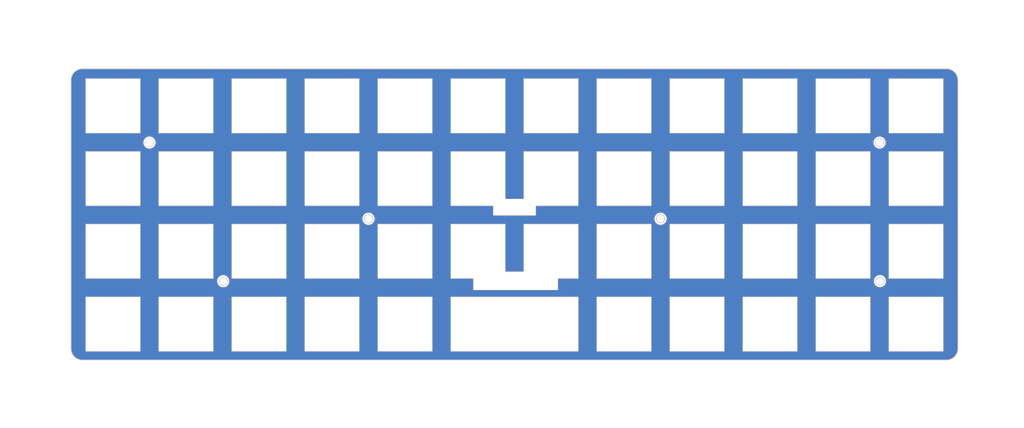
<source format=kicad_pcb>
(kicad_pcb (version 20221018) (generator pcbnew)
  (layers (0 "F.Cu" signal) (31 "B.Cu" signal) (34 "B.Paste" user) (35 "F.Paste" user) (36 "B.SilkS" user "B.Silkscreen") (37 "F.SilkS" user "F.Silkscreen") (38 "B.Mask" user) (39 "F.Mask" user) (44 "Edge.Cuts" user))
  (net 0 "")
  (footprint "MountingHole:MountingHole_2.1mm" (layer "F.Cu") (at 52.76238 68.5351)
    (fp_text reference "REF**")
    (fp_text value "MountingHole_2.1mm")
    (pad "" thru_hole circle (at 0 0) (size 2.2 2.2) (drill 2.1) (layers "*.Cu" "*.Mask"))
  )
  (footprint "MountingHole:MountingHole_2.1mm" (layer "F.Cu") (at 224.02078 32.3083)
    (fp_text reference "REF**")
    (fp_text value "MountingHole_2.1mm")
    (pad "" thru_hole circle (at 0 0) (size 2.2 2.2) (drill 2.1) (layers "*.Cu" "*.Mask"))
  )
  (footprint "MountingHole:MountingHole_2.1mm" (layer "F.Cu") (at 33.52078 32.3083)
    (fp_text reference "REF**")
    (fp_text value "MountingHole_2.1mm")
    (pad "" thru_hole circle (at 0 0) (size 2.2 2.2) (drill 2.1) (layers "*.Cu" "*.Mask"))
  )
  (footprint "MountingHole:MountingHole_2.1mm" (layer "F.Cu") (at 90.67078 52.2219)
    (fp_text reference "REF**")
    (fp_text value "MountingHole_2.1mm")
    (pad "" thru_hole circle (at 0 0) (size 2.2 2.2) (drill 2.1) (layers "*.Cu" "*.Mask"))
  )
  (footprint "MountingHole:MountingHole_2.1mm" (layer "F.Cu") (at 166.87078 52.2219)
    (fp_text reference "REF**")
    (fp_text value "MountingHole_2.1mm")
    (pad "" thru_hole circle (at 0 0) (size 2.2 2.2) (drill 2.1) (layers "*.Cu" "*.Mask"))
  )
  (footprint "MountingHole:MountingHole_2.1mm" (layer "F.Cu") (at 224.12238 68.5033)
    (fp_text reference "REF**")
    (fp_text value "MountingHole_2.1mm")
    (pad "" thru_hole circle (at 0 0) (size 2.2 2.2) (drill 2.1) (layers "*.Cu" "*.Mask"))
  )
  (gr_line (start 188.37438 15.6437) (end 202.52438 15.6437) (stroke (width 0.1)) (layer "Edge.Cuts"))
  (gr_line (start 107.27438 72.6437) (end 107.27438 86.7937) (stroke (width 0.1)) (layer "Edge.Cuts"))
  (gr_line (start 164.42438 48.7937) (end 150.27438 48.7937) (stroke (width 0.1)) (layer "Edge.Cuts"))
  (gr_line (start 221.57438 86.7937) (end 207.42438 86.7937) (stroke (width 0.1)) (layer "Edge.Cuts"))
  (gr_line (start 35.97438 86.7937) (end 35.97438 72.6437) (stroke (width 0.1)) (layer "Edge.Cuts"))
  (gr_line (start 35.97438 53.6437) (end 50.12438 53.6437) (stroke (width 0.1)) (layer "Edge.Cuts"))
  (gr_line (start 164.42438 53.6437) (end 164.42438 67.7937) (stroke (width 0.1)) (layer "Edge.Cuts"))
  (gr_line (start 150.27438 86.7937) (end 150.27438 72.6437) (stroke (width 0.1)) (layer "Edge.Cuts"))
  (gr_line (start 244.46538 86.1237) (end 244.46538 16.0237) (stroke (width 0.2)) (layer "Edge.Cuts"))
  (gr_line (start 88.22438 72.6437) (end 88.22438 86.7937) (stroke (width 0.1)) (layer "Edge.Cuts"))
  (gr_line (start 169.32438 67.7937) (end 169.32438 53.6437) (stroke (width 0.1)) (layer "Edge.Cuts"))
  (gr_line (start 145.37438 29.7937) (end 131.22438 29.7937) (stroke (width 0.1)) (layer "Edge.Cuts"))
  (gr_line (start 126.32438 15.6437) (end 126.32438 29.7937) (stroke (width 0.1)) (layer "Edge.Cuts"))
  (gr_line (start 145.37438 86.7937) (end 112.17438 86.7937) (stroke (width 0.1)) (layer "Edge.Cuts"))
  (gr_line (start 126.32438 29.7937) (end 112.17438 29.7937) (stroke (width 0.1)) (layer "Edge.Cuts"))
  (gr_line (start 16.92438 53.6437) (end 31.07438 53.6437) (stroke (width 0.1)) (layer "Edge.Cuts"))
  (gr_line (start 31.07438 34.6437) (end 31.07438 48.7937) (stroke (width 0.1)) (layer "Edge.Cuts"))
  (gr_line (start 107.27438 86.7937) (end 93.12438 86.7937) (stroke (width 0.1)) (layer "Edge.Cuts"))
  (gr_line (start 74.07438 15.6437) (end 88.22438 15.6437) (stroke (width 0.1)) (layer "Edge.Cuts"))
  (gr_line (start 164.42438 86.7937) (end 150.27438 86.7937) (stroke (width 0.1)) (layer "Edge.Cuts"))
  (gr_line (start 150.27438 29.7937) (end 150.27438 15.6437) (stroke (width 0.1)) (layer "Edge.Cuts"))
  (gr_line (start 145.37438 48.7937) (end 134.27238 48.7937) (stroke (width 0.1)) (layer "Edge.Cuts"))
  (gr_line (start 31.07438 86.7937) (end 16.92438 86.7937) (stroke (width 0.1)) (layer "Edge.Cuts"))
  (gr_line (start 123.27238 48.7937) (end 112.17438 48.7937) (stroke (width 0.1)) (layer "Edge.Cuts"))
  (gr_line (start 50.12438 72.6437) (end 50.12438 86.7937) (stroke (width 0.1)) (layer "Edge.Cuts"))
  (gr_line (start 74.07438 29.7937) (end 74.07438 15.6437) (stroke (width 0.1)) (layer "Edge.Cuts"))
  (gr_line (start 226.47438 86.7937) (end 226.47438 72.6437) (stroke (width 0.1)) (layer "Edge.Cuts"))
  (gr_line (start 169.32438 48.7937) (end 169.32438 34.6437) (stroke (width 0.1)) (layer "Edge.Cuts"))
  (gr_line (start 112.17438 72.6437) (end 145.37438 72.6437) (stroke (width 0.1)) (layer "Edge.Cuts"))
  (gr_line (start 112.17438 86.7937) (end 112.17438 72.6437) (stroke (width 0.1)) (layer "Edge.Cuts"))
  (gr_line (start 145.37438 67.7937) (end 140.07238 67.7921) (stroke (width 0.1)) (layer "Edge.Cuts"))
  (gr_line (start 164.42438 34.6437) (end 164.42438 48.7937) (stroke (width 0.1)) (layer "Edge.Cuts"))
  (gr_line (start 74.07438 72.6437) (end 88.22438 72.6437) (stroke (width 0.1)) (layer "Edge.Cuts"))
  (gr_line (start 50.12438 34.6437) (end 50.12438 48.7937) (stroke (width 0.1)) (layer "Edge.Cuts"))
  (gr_line (start 107.27438 48.7937) (end 93.12438 48.7937) (stroke (width 0.1)) (layer "Edge.Cuts"))
  (gr_line (start 188.37438 86.7937) (end 188.37438 72.6437) (stroke (width 0.1)) (layer "Edge.Cuts"))
  (gr_line (start 226.47438 48.7937) (end 226.47438 34.6437) (stroke (width 0.1)) (layer "Edge.Cuts"))
  (gr_line (start 202.52438 15.6437) (end 202.52438 29.7937) (stroke (width 0.1)) (layer "Edge.Cuts"))
  (gr_line (start 55.02438 53.6437) (end 69.17438 53.6437) (stroke (width 0.1)) (layer "Edge.Cuts"))
  (gr_line (start 55.02438 15.6437) (end 69.17438 15.6437) (stroke (width 0.1)) (layer "Edge.Cuts"))
  (gr_arc (start 13.04538 16.0237) (mid 13.92406 13.90238) (end 16.04538 13.0237) (stroke (width 0.2)) (layer "Edge.Cuts"))
  (gr_line (start 221.57438 29.7937) (end 207.42438 29.7937) (stroke (width 0.1)) (layer "Edge.Cuts"))
  (gr_line (start 202.52438 48.7937) (end 188.37438 48.7937) (stroke (width 0.1)) (layer "Edge.Cuts"))
  (gr_line (start 16.92438 34.6437) (end 31.07438 34.6437) (stroke (width 0.1)) (layer "Edge.Cuts"))
  (gr_line (start 69.17438 29.7937) (end 55.02438 29.7937) (stroke (width 0.1)) (layer "Edge.Cuts"))
  (gr_line (start 188.37438 72.6437) (end 202.52438 72.6437) (stroke (width 0.1)) (layer "Edge.Cuts"))
  (gr_line (start 131.22438 66.0677) (end 131.22438 53.6437) (stroke (width 0.1)) (layer "Edge.Cuts"))
  (gr_line (start 183.47438 86.7937) (end 169.32438 86.7937) (stroke (width 0.1)) (layer "Edge.Cuts"))
  (gr_line (start 221.57438 67.7937) (end 207.42438 67.7937) (stroke (width 0.1)) (layer "Edge.Cuts"))
  (gr_line (start 93.12438 29.7937) (end 93.12438 15.6437) (stroke (width 0.1)) (layer "Edge.Cuts"))
  (gr_line (start 240.62438 67.7937) (end 226.47438 67.7937) (stroke (width 0.1)) (layer "Edge.Cuts"))
  (gr_line (start 55.02438 29.7937) (end 55.02438 15.6437) (stroke (width 0.1)) (layer "Edge.Cuts"))
  (gr_line (start 221.57438 53.6437) (end 221.57438 67.7937) (stroke (width 0.1)) (layer "Edge.Cuts"))
  (gr_line (start 31.07438 29.7937) (end 16.92438 29.7937) (stroke (width 0.1)) (layer "Edge.Cuts"))
  (gr_line (start 226.47438 15.6437) (end 240.62438 15.6437) (stroke (width 0.1)) (layer "Edge.Cuts"))
  (gr_line (start 164.42438 15.6437) (end 164.42438 29.7937) (stroke (width 0.1)) (layer "Edge.Cuts"))
  (gr_line (start 226.47438 67.7937) (end 226.47438 53.6437) (stroke (width 0.1)) (layer "Edge.Cuts"))
  (gr_line (start 164.42438 67.7937) (end 150.27438 67.7937) (stroke (width 0.1)) (layer "Edge.Cuts"))
  (gr_line (start 150.27438 67.7937) (end 150.27438 53.6437) (stroke (width 0.1)) (layer "Edge.Cuts"))
  (gr_line (start 50.12438 48.7937) (end 35.97438 48.7937) (stroke (width 0.1)) (layer "Edge.Cuts"))
  (gr_line (start 93.12438 15.6437) (end 107.27438 15.6437) (stroke (width 0.1)) (layer "Edge.Cuts"))
  (gr_line (start 131.22438 15.6437) (end 145.37438 15.6437) (stroke (width 0.1)) (layer "Edge.Cuts"))
  (gr_line (start 16.04538 89.1237) (end 241.46538 89.1237) (stroke (width 0.2)) (layer "Edge.Cuts"))
  (gr_line (start 150.27438 34.6437) (end 164.42438 34.6437) (stroke (width 0.1)) (layer "Edge.Cuts"))
  (gr_line (start 183.47438 34.6437) (end 183.47438 48.7937) (stroke (width 0.1)) (layer "Edge.Cuts"))
  (gr_line (start 140.06992 70.7888) (end 129.06992 70.7888) (stroke (width 0.1)) (layer "Edge.Cuts"))
  (gr_line (start 93.12438 72.6437) (end 107.27438 72.6437) (stroke (width 0.1)) (layer "Edge.Cuts"))
  (gr_line (start 240.62438 29.7937) (end 226.47438 29.7937) (stroke (width 0.1)) (layer "Edge.Cuts"))
  (gr_line (start 150.27438 48.7937) (end 150.27438 34.6437) (stroke (width 0.1)) (layer "Edge.Cuts"))
  (gr_line (start 221.57438 72.6437) (end 221.57438 86.7937) (stroke (width 0.1)) (layer "Edge.Cuts"))
  (gr_line (start 145.37438 53.6437) (end 145.37438 67.7937) (stroke (width 0.1)) (layer "Edge.Cuts"))
  (gr_line (start 226.47438 29.7937) (end 226.47438 15.6437) (stroke (width 0.1)) (layer "Edge.Cuts"))
  (gr_line (start 93.12438 86.7937) (end 93.12438 72.6437) (stroke (width 0.1)) (layer "Edge.Cuts"))
  (gr_line (start 240.62438 48.7937) (end 226.47438 48.7937) (stroke (width 0.1)) (layer "Edge.Cuts"))
  (gr_line (start 183.47438 48.7937) (end 169.32438 48.7937) (stroke (width 0.1)) (layer "Edge.Cuts"))
  (gr_line (start 88.22438 86.7937) (end 74.07438 86.7937) (stroke (width 0.1)) (layer "Edge.Cuts"))
  (gr_line (start 88.22438 34.6437) (end 88.22438 48.7937) (stroke (width 0.1)) (layer "Edge.Cuts"))
  (gr_arc (start 16.04538 89.1237) (mid 13.92406 88.24502) (end 13.04538 86.1237) (stroke (width 0.2)) (layer "Edge.Cuts"))
  (gr_line (start 164.42438 29.7937) (end 150.27438 29.7937) (stroke (width 0.1)) (layer "Edge.Cuts"))
  (gr_line (start 112.17438 15.6437) (end 126.32438 15.6437) (stroke (width 0.1)) (layer "Edge.Cuts"))
  (gr_line (start 50.12438 53.6437) (end 50.12438 67.7937) (stroke (width 0.1)) (layer "Edge.Cuts"))
  (gr_line (start 93.12438 67.7937) (end 93.12438 53.6437) (stroke (width 0.1)) (layer "Edge.Cuts"))
  (gr_line (start 183.47438 29.7937) (end 169.32438 29.7937) (stroke (width 0.1)) (layer "Edge.Cuts"))
  (gr_line (start 131.22438 53.6437) (end 145.37438 53.6437) (stroke (width 0.1)) (layer "Edge.Cuts"))
  (gr_line (start 31.07438 48.7937) (end 16.92438 48.7937) (stroke (width 0.1)) (layer "Edge.Cuts"))
  (gr_line (start 221.57438 48.7937) (end 207.42438 48.7937) (stroke (width 0.1)) (layer "Edge.Cuts"))
  (gr_line (start 74.07438 86.7937) (end 74.07438 72.6437) (stroke (width 0.1)) (layer "Edge.Cuts"))
  (gr_line (start 183.47438 67.7937) (end 169.32438 67.7937) (stroke (width 0.1)) (layer "Edge.Cuts"))
  (gr_line (start 150.27438 15.6437) (end 164.42438 15.6437) (stroke (width 0.1)) (layer "Edge.Cuts"))
  (gr_line (start 188.37438 48.7937) (end 188.37438 34.6437) (stroke (width 0.1)) (layer "Edge.Cuts"))
  (gr_line (start 88.22438 29.7937) (end 74.07438 29.7937) (stroke (width 0.1)) (layer "Edge.Cuts"))
  (gr_line (start 112.17438 53.6437) (end 126.32438 53.6437) (stroke (width 0.1)) (layer "Edge.Cuts"))
  (gr_line (start 93.12438 53.6437) (end 107.27438 53.6437) (stroke (width 0.1)) (layer "Edge.Cuts"))
  (gr_line (start 169.32438 34.6437) (end 183.47438 34.6437) (stroke (width 0.1)) (layer "Edge.Cuts"))
  (gr_line (start 221.57438 34.6437) (end 221.57438 48.7937) (stroke (width 0.1)) (layer "Edge.Cuts"))
  (gr_line (start 207.42438 15.6437) (end 221.57438 15.6437) (stroke (width 0.1)) (layer "Edge.Cuts"))
  (gr_line (start 207.42438 29.7937) (end 207.42438 15.6437) (stroke (width 0.1)) (layer "Edge.Cuts"))
  (gr_line (start 118.07238 67.7921) (end 112.17438 67.7937) (stroke (width 0.1)) (layer "Edge.Cuts"))
  (gr_line (start 131.22438 34.6437) (end 145.37438 34.6437) (stroke (width 0.1)) (layer "Edge.Cuts"))
  (gr_line (start 131.22438 29.7937) (end 131.22438 15.6437) (stroke (width 0.1)) (layer "Edge.Cuts"))
  (gr_line (start 131.22438 47.0677) (end 131.22438 34.6437) (stroke (width 0.1)) (layer "Edge.Cuts"))
  (gr_line (start 55.02438 34.6437) (end 69.17438 34.6437) (stroke (width 0.1)) (layer "Edge.Cuts"))
  (gr_line (start 107.27438 15.6437) (end 107.27438 29.7937) (stroke (width 0.1)) (layer "Edge.Cuts"))
  (gr_line (start 123.26992 51.29) (end 123.27238 48.7937) (stroke (width 0.1)) (layer "Edge.Cuts"))
  (gr_line (start 16.92438 48.7937) (end 16.92438 34.6437) (stroke (width 0.1)) (layer "Edge.Cuts"))
  (gr_line (start 74.07438 53.6437) (end 88.22438 53.6437) (stroke (width 0.1)) (layer "Edge.Cuts"))
  (gr_line (start 126.32438 66.0677) (end 131.22438 66.0677) (stroke (width 0.1)) (layer "Edge.Cuts"))
  (gr_line (start 107.27438 53.6437) (end 107.27438 67.7937) (stroke (width 0.1)) (layer "Edge.Cuts"))
  (gr_line (start 88.22438 67.7937) (end 74.07438 67.7937) (stroke (width 0.1)) (layer "Edge.Cuts"))
  (gr_line (start 126.32438 47.0677) (end 131.22438 47.0677) (stroke (width 0.1)) (layer "Edge.Cuts"))
  (gr_line (start 69.17438 34.6437) (end 69.17438 48.7937) (stroke (width 0.1)) (layer "Edge.Cuts"))
  (gr_line (start 112.17438 34.6437) (end 126.32438 34.6437) (stroke (width 0.1)) (layer "Edge.Cuts"))
  (gr_line (start 164.42438 72.6437) (end 164.42438 86.7937) (stroke (width 0.1)) (layer "Edge.Cuts"))
  (gr_line (start 188.37438 34.6437) (end 202.52438 34.6437) (stroke (width 0.1)) (layer "Edge.Cuts"))
  (gr_line (start 118.06992 70.7888) (end 118.07238 67.7921) (stroke (width 0.1)) (layer "Edge.Cuts"))
  (gr_line (start 69.17438 67.7937) (end 55.02438 67.7937) (stroke (width 0.1)) (layer "Edge.Cuts"))
  (gr_line (start 169.32438 15.6437) (end 183.47438 15.6437) (stroke (width 0.1)) (layer "Edge.Cuts"))
  (gr_line (start 202.52438 53.6437) (end 202.52438 67.7937) (stroke (width 0.1)) (layer "Edge.Cuts"))
  (gr_line (start 31.07438 67.7937) (end 16.92438 67.7937) (stroke (width 0.1)) (layer "Edge.Cuts"))
  (gr_line (start 112.17438 67.7937) (end 112.17438 53.6437) (stroke (width 0.1)) (layer "Edge.Cuts"))
  (gr_line (start 112.17438 29.7937) (end 112.17438 15.6437) (stroke (width 0.1)) (layer "Edge.Cuts"))
  (gr_line (start 240.62438 34.6437) (end 240.62438 48.7937) (stroke (width 0.1)) (layer "Edge.Cuts"))
  (gr_line (start 226.47438 53.6437) (end 240.62438 53.6437) (stroke (width 0.1)) (layer "Edge.Cuts"))
  (gr_line (start 50.12438 15.6437) (end 50.12438 29.7937) (stroke (width 0.1)) (layer "Edge.Cuts"))
  (gr_line (start 35.97438 48.7937) (end 35.97438 34.6437) (stroke (width 0.1)) (layer "Edge.Cuts"))
  (gr_line (start 107.27438 34.6437) (end 107.27438 48.7937) (stroke (width 0.1)) (layer "Edge.Cuts"))
  (gr_line (start 145.37438 15.6437) (end 145.37438 29.7937) (stroke (width 0.1)) (layer "Edge.Cuts"))
  (gr_line (start 140.06992 70.7888) (end 140.07238 67.7921) (stroke (width 0.1)) (layer "Edge.Cuts"))
  (gr_line (start 88.22438 48.7937) (end 74.07438 48.7937) (stroke (width 0.1)) (layer "Edge.Cuts"))
  (gr_line (start 88.22438 53.6437) (end 88.22438 67.7937) (stroke (width 0.1)) (layer "Edge.Cuts"))
  (gr_line (start 188.37438 53.6437) (end 202.52438 53.6437) (stroke (width 0.1)) (layer "Edge.Cuts"))
  (gr_line (start 183.47438 72.6437) (end 183.47438 86.7937) (stroke (width 0.1)) (layer "Edge.Cuts"))
  (gr_line (start 74.07438 67.7937) (end 74.07438 53.6437) (stroke (width 0.1)) (layer "Edge.Cuts"))
  (gr_line (start 13.04538 16.0237) (end 13.04538 86.1237) (stroke (width 0.2)) (layer "Edge.Cuts"))
  (gr_line (start 126.32438 53.6437) (end 126.32438 66.0677) (stroke (width 0.1)) (layer "Edge.Cuts"))
  (gr_line (start 202.52438 72.6437) (end 202.52438 86.7937) (stroke (width 0.1)) (layer "Edge.Cuts"))
  (gr_line (start 74.07438 48.7937) (end 74.07438 34.6437) (stroke (width 0.1)) (layer "Edge.Cuts"))
  (gr_line (start 69.17438 72.6437) (end 69.17438 86.7937) (stroke (width 0.1)) (layer "Edge.Cuts"))
  (gr_line (start 69.17438 53.6437) (end 69.17438 67.7937) (stroke (width 0.1)) (layer "Edge.Cuts"))
  (gr_line (start 31.07438 53.6437) (end 31.07438 67.7937) (stroke (width 0.1)) (layer "Edge.Cuts"))
  (gr_line (start 16.92438 86.7937) (end 16.92438 72.6437) (stroke (width 0.1)) (layer "Edge.Cuts"))
  (gr_line (start 50.12438 86.7937) (end 35.97438 86.7937) (stroke (width 0.1)) (layer "Edge.Cuts"))
  (gr_line (start 69.17438 15.6437) (end 69.17438 29.7937) (stroke (width 0.1)) (layer "Edge.Cuts"))
  (gr_line (start 35.97438 29.7937) (end 35.97438 15.6437) (stroke (width 0.1)) (layer "Edge.Cuts"))
  (gr_circle (center 33.50538 32.2987) (end 34.50538 32.2987) (stroke (width 0.2)) (fill none) (layer "Edge.Cuts"))
  (gr_line (start 129.06992 70.7888) (end 118.06992 70.7888) (stroke (width 0.1)) (layer "Edge.Cuts"))
  (gr_line (start 134.26992 51.29) (end 123.26992 51.29) (stroke (width 0.1)) (layer "Edge.Cuts"))
  (gr_line (start 35.97438 15.6437) (end 50.12438 15.6437) (stroke (width 0.1)) (layer "Edge.Cuts"))
  (gr_line (start 145.37438 72.6437) (end 145.37438 86.7937) (stroke (width 0.1)) (layer "Edge.Cuts"))
  (gr_line (start 150.27438 53.6437) (end 164.42438 53.6437) (stroke (width 0.1)) (layer "Edge.Cuts"))
  (gr_line (start 169.32438 29.7937) (end 169.32438 15.6437) (stroke (width 0.1)) (layer "Edge.Cuts"))
  (gr_line (start 202.52438 86.7937) (end 188.37438 86.7937) (stroke (width 0.1)) (layer "Edge.Cuts"))
  (gr_line (start 221.57438 15.6437) (end 221.57438 29.7937) (stroke (width 0.1)) (layer "Edge.Cuts"))
  (gr_line (start 55.02438 48.7937) (end 55.02438 34.6437) (stroke (width 0.1)) (layer "Edge.Cuts"))
  (gr_line (start 202.52438 29.7937) (end 188.37438 29.7937) (stroke (width 0.1)) (layer "Edge.Cuts"))
  (gr_line (start 35.97438 34.6437) (end 50.12438 34.6437) (stroke (width 0.1)) (layer "Edge.Cuts"))
  (gr_line (start 241.46538 13.0237) (end 16.04538 13.0237) (stroke (width 0.2)) (layer "Edge.Cuts"))
  (gr_line (start 240.62438 72.6437) (end 240.62438 86.7937) (stroke (width 0.1)) (layer "Edge.Cuts"))
  (gr_line (start 88.22438 15.6437) (end 88.22438 29.7937) (stroke (width 0.1)) (layer "Edge.Cuts"))
  (gr_line (start 240.62438 86.7937) (end 226.47438 86.7937) (stroke (width 0.1)) (layer "Edge.Cuts"))
  (gr_line (start 55.02438 86.7937) (end 55.02438 72.6437) (stroke (width 0.1)) (layer "Edge.Cuts"))
  (gr_line (start 188.37438 29.7937) (end 188.37438 15.6437) (stroke (width 0.1)) (layer "Edge.Cuts"))
  (gr_line (start 69.17438 48.7937) (end 55.02438 48.7937) (stroke (width 0.1)) (layer "Edge.Cuts"))
  (gr_line (start 188.37438 67.7937) (end 188.37438 53.6437) (stroke (width 0.1)) (layer "Edge.Cuts"))
  (gr_line (start 112.17438 48.7937) (end 112.17438 34.6437) (stroke (width 0.1)) (layer "Edge.Cuts"))
  (gr_line (start 31.07438 72.6437) (end 31.07438 86.7937) (stroke (width 0.1)) (layer "Edge.Cuts"))
  (gr_line (start 240.62438 15.6437) (end 240.62438 29.7937) (stroke (width 0.1)) (layer "Edge.Cuts"))
  (gr_line (start 126.32438 34.6437) (end 126.32438 47.0677) (stroke (width 0.1)) (layer "Edge.Cuts"))
  (gr_line (start 169.32438 72.6437) (end 183.47438 72.6437) (stroke (width 0.1)) (layer "Edge.Cuts"))
  (gr_line (start 55.02438 67.7937) (end 55.02438 53.6437) (stroke (width 0.1)) (layer "Edge.Cuts"))
  (gr_line (start 107.27438 29.7937) (end 93.12438 29.7937) (stroke (width 0.1)) (layer "Edge.Cuts"))
  (gr_line (start 93.12438 48.7937) (end 93.12438 34.6437) (stroke (width 0.1)) (layer "Edge.Cuts"))
  (gr_line (start 134.27238 48.7937) (end 134.26992 51.29) (stroke (width 0.1)) (layer "Edge.Cuts"))
  (gr_line (start 207.42438 53.6437) (end 221.57438 53.6437) (stroke (width 0.1)) (layer "Edge.Cuts"))
  (gr_arc (start 241.46538 13.0237) (mid 243.5867 13.90238) (end 244.46538 16.0237) (stroke (width 0.2)) (layer "Edge.Cuts"))
  (gr_line (start 50.12438 29.7937) (end 35.97438 29.7937) (stroke (width 0.1)) (layer "Edge.Cuts"))
  (gr_line (start 240.62438 53.6437) (end 240.62438 67.7937) (stroke (width 0.1)) (layer "Edge.Cuts"))
  (gr_line (start 169.32438 53.6437) (end 183.47438 53.6437) (stroke (width 0.1)) (layer "Edge.Cuts"))
  (gr_line (start 183.47438 53.6437) (end 183.47438 67.7937) (stroke (width 0.1)) (layer "Edge.Cuts"))
  (gr_line (start 226.47438 34.6437) (end 240.62438 34.6437) (stroke (width 0.1)) (layer "Edge.Cuts"))
  (gr_line (start 207.42438 72.6437) (end 221.57438 72.6437) (stroke (width 0.1)) (layer "Edge.Cuts"))
  (gr_line (start 107.27438 67.7937) (end 93.12438 67.7937) (stroke (width 0.1)) (layer "Edge.Cuts"))
  (gr_line (start 169.32438 86.7937) (end 169.32438 72.6437) (stroke (width 0.1)) (layer "Edge.Cuts"))
  (gr_line (start 202.52438 67.7937) (end 188.37438 67.7937) (stroke (width 0.1)) (layer "Edge.Cuts"))
  (gr_line (start 35.97438 67.7937) (end 35.97438 53.6437) (stroke (width 0.1)) (layer "Edge.Cuts"))
  (gr_line (start 50.12438 67.7937) (end 35.97438 67.7937) (stroke (width 0.1)) (layer "Edge.Cuts"))
  (gr_line (start 207.42438 86.7937) (end 207.42438 72.6437) (stroke (width 0.1)) (layer "Edge.Cuts"))
  (gr_line (start 207.42438 34.6437) (end 221.57438 34.6437) (stroke (width 0.1)) (layer "Edge.Cuts"))
  (gr_line (start 16.92438 67.7937) (end 16.92438 53.6437) (stroke (width 0.1)) (layer "Edge.Cuts"))
  (gr_line (start 202.52438 34.6437) (end 202.52438 48.7937) (stroke (width 0.1)) (layer "Edge.Cuts"))
  (gr_line (start 150.27438 72.6437) (end 164.42438 72.6437) (stroke (width 0.1)) (layer "Edge.Cuts"))
  (gr_line (start 207.42438 48.7937) (end 207.42438 34.6437) (stroke (width 0.1)) (layer "Edge.Cuts"))
  (gr_line (start 55.02438 72.6437) (end 69.17438 72.6437) (stroke (width 0.1)) (layer "Edge.Cuts"))
  (gr_line (start 31.07438 15.6437) (end 31.07438 29.7937) (stroke (width 0.1)) (layer "Edge.Cuts"))
  (gr_line (start 35.97438 72.6437) (end 50.12438 72.6437) (stroke (width 0.1)) (layer "Edge.Cuts"))
  (gr_line (start 145.37438 34.6437) (end 145.37438 48.7937) (stroke (width 0.1)) (layer "Edge.Cuts"))
  (gr_line (start 74.07438 34.6437) (end 88.22438 34.6437) (stroke (width 0.1)) (layer "Edge.Cuts"))
  (gr_line (start 16.92438 15.6437) (end 31.07438 15.6437) (stroke (width 0.1)) (layer "Edge.Cuts"))
  (gr_line (start 226.47438 72.6437) (end 240.62438 72.6437) (stroke (width 0.1)) (layer "Edge.Cuts"))
  (gr_line (start 69.17438 86.7937) (end 55.02438 86.7937) (stroke (width 0.1)) (layer "Edge.Cuts"))
  (gr_line (start 183.47438 15.6437) (end 183.47438 29.7937) (stroke (width 0.1)) (layer "Edge.Cuts"))
  (gr_arc (start 244.46538 86.1237) (mid 243.5867 88.24502) (end 241.46538 89.1237) (stroke (width 0.2)) (layer "Edge.Cuts"))
  (gr_line (start 16.92438 29.7937) (end 16.92438 15.6437) (stroke (width 0.1)) (layer "Edge.Cuts"))
  (gr_line (start 207.42438 67.7937) (end 207.42438 53.6437) (stroke (width 0.1)) (layer "Edge.Cuts"))
  (gr_line (start 16.92438 72.6437) (end 31.07438 72.6437) (stroke (width 0.1)) (layer "Edge.Cuts"))
  (gr_line (start 93.12438 34.6437) (end 107.27438 34.6437) (stroke (width 0.1)) (layer "Edge.Cuts"))
  (zone (net 0) (net_name "") (layer "F.Cu") (connect_pads (clearance 0.508)) (min_thickness 0.254) (fill yes (thermal_gap 0.508) (thermal_bridge_width 0.508))
    (polygon (pts (xy 261.3152 106.84764) (xy -5.09524 106.84764) (xy -5.48132 1.2954) (xy 261.3152 0.90932)))
  )
  (zone (net 0) (net_name "") (layer "B.Cu") (connect_pads (clearance 0.508)) (min_thickness 0.254) (fill yes (thermal_gap 0.508) (thermal_bridge_width 0.508))
    (polygon (pts (xy 261.70636 -4.93268) (xy -4.70408 -4.93268) (xy -5.09016 100.61956) (xy 261.70636 101.00564)))
  )
)
</source>
